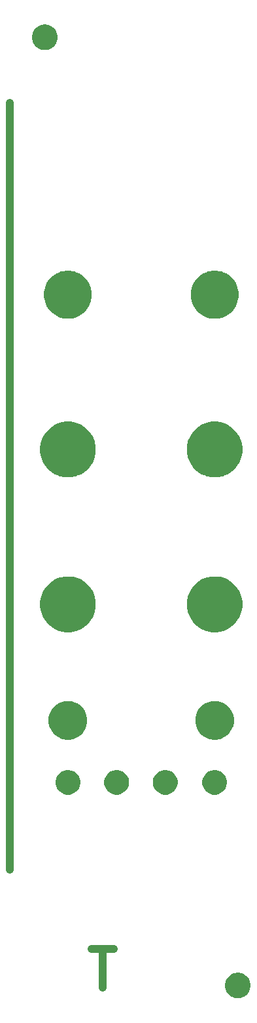
<source format=gbr>
G04 #@! TF.GenerationSoftware,KiCad,Pcbnew,5.0.2+dfsg1-1~bpo9+1*
G04 #@! TF.CreationDate,2020-01-13T16:50:13-08:00*
G04 #@! TF.ProjectId,default,64656661-756c-4742-9e6b-696361645f70,rev?*
G04 #@! TF.SameCoordinates,Original*
G04 #@! TF.FileFunction,Soldermask,Top*
G04 #@! TF.FilePolarity,Negative*
%FSLAX46Y46*%
G04 Gerber Fmt 4.6, Leading zero omitted, Abs format (unit mm)*
G04 Created by KiCad (PCBNEW 5.0.2+dfsg1-1~bpo9+1) date Mon 13 Jan 2020 04:50:13 PM PST*
%MOMM*%
%LPD*%
G01*
G04 APERTURE LIST*
%ADD10C,1.000000*%
%ADD11C,0.100000*%
G04 APERTURE END LIST*
D10*
X153000000Y-33000000D02*
X153000000Y-132000000D01*
X153000000Y-33000000D02*
X153000000Y-132000000D01*
X163571428Y-142261904D02*
X166428571Y-142261904D01*
X165000000Y-147261904D02*
X165000000Y-142261904D01*
D11*
G36*
X182875256Y-145391298D02*
X182981579Y-145412447D01*
X183282042Y-145536903D01*
X183548852Y-145715180D01*
X183552454Y-145717587D01*
X183782413Y-145947546D01*
X183963098Y-146217960D01*
X184087553Y-146518422D01*
X184151000Y-146837389D01*
X184151000Y-147162611D01*
X184087553Y-147481578D01*
X183963098Y-147782040D01*
X183782413Y-148052454D01*
X183552454Y-148282413D01*
X183552451Y-148282415D01*
X183282042Y-148463097D01*
X182981579Y-148587553D01*
X182875256Y-148608702D01*
X182662611Y-148651000D01*
X182337389Y-148651000D01*
X182124744Y-148608702D01*
X182018421Y-148587553D01*
X181717958Y-148463097D01*
X181447549Y-148282415D01*
X181447546Y-148282413D01*
X181217587Y-148052454D01*
X181036902Y-147782040D01*
X180912447Y-147481578D01*
X180849000Y-147162611D01*
X180849000Y-146837389D01*
X180912447Y-146518422D01*
X181036902Y-146217960D01*
X181217587Y-145947546D01*
X181447546Y-145717587D01*
X181451148Y-145715180D01*
X181717958Y-145536903D01*
X182018421Y-145412447D01*
X182124744Y-145391298D01*
X182337389Y-145349000D01*
X182662611Y-145349000D01*
X182875256Y-145391298D01*
X182875256Y-145391298D01*
G37*
G36*
X179966995Y-119210525D02*
X180258358Y-119331212D01*
X180520578Y-119506422D01*
X180743578Y-119729422D01*
X180918788Y-119991642D01*
X181039475Y-120283005D01*
X181101000Y-120592315D01*
X181101000Y-120907685D01*
X181039475Y-121216995D01*
X180918788Y-121508358D01*
X180743578Y-121770578D01*
X180520578Y-121993578D01*
X180258358Y-122168788D01*
X179966995Y-122289475D01*
X179657685Y-122351000D01*
X179342315Y-122351000D01*
X179033005Y-122289475D01*
X178741642Y-122168788D01*
X178479422Y-121993578D01*
X178256422Y-121770578D01*
X178081212Y-121508358D01*
X177960525Y-121216995D01*
X177899000Y-120907685D01*
X177899000Y-120592315D01*
X177960525Y-120283005D01*
X178081212Y-119991642D01*
X178256422Y-119729422D01*
X178479422Y-119506422D01*
X178741642Y-119331212D01*
X179033005Y-119210525D01*
X179342315Y-119149000D01*
X179657685Y-119149000D01*
X179966995Y-119210525D01*
X179966995Y-119210525D01*
G37*
G36*
X173566995Y-119210525D02*
X173858358Y-119331212D01*
X174120578Y-119506422D01*
X174343578Y-119729422D01*
X174518788Y-119991642D01*
X174639475Y-120283005D01*
X174701000Y-120592315D01*
X174701000Y-120907685D01*
X174639475Y-121216995D01*
X174518788Y-121508358D01*
X174343578Y-121770578D01*
X174120578Y-121993578D01*
X173858358Y-122168788D01*
X173566995Y-122289475D01*
X173257685Y-122351000D01*
X172942315Y-122351000D01*
X172633005Y-122289475D01*
X172341642Y-122168788D01*
X172079422Y-121993578D01*
X171856422Y-121770578D01*
X171681212Y-121508358D01*
X171560525Y-121216995D01*
X171499000Y-120907685D01*
X171499000Y-120592315D01*
X171560525Y-120283005D01*
X171681212Y-119991642D01*
X171856422Y-119729422D01*
X172079422Y-119506422D01*
X172341642Y-119331212D01*
X172633005Y-119210525D01*
X172942315Y-119149000D01*
X173257685Y-119149000D01*
X173566995Y-119210525D01*
X173566995Y-119210525D01*
G37*
G36*
X167276995Y-119210525D02*
X167568358Y-119331212D01*
X167830578Y-119506422D01*
X168053578Y-119729422D01*
X168228788Y-119991642D01*
X168349475Y-120283005D01*
X168411000Y-120592315D01*
X168411000Y-120907685D01*
X168349475Y-121216995D01*
X168228788Y-121508358D01*
X168053578Y-121770578D01*
X167830578Y-121993578D01*
X167568358Y-122168788D01*
X167276995Y-122289475D01*
X166967685Y-122351000D01*
X166652315Y-122351000D01*
X166343005Y-122289475D01*
X166051642Y-122168788D01*
X165789422Y-121993578D01*
X165566422Y-121770578D01*
X165391212Y-121508358D01*
X165270525Y-121216995D01*
X165209000Y-120907685D01*
X165209000Y-120592315D01*
X165270525Y-120283005D01*
X165391212Y-119991642D01*
X165566422Y-119729422D01*
X165789422Y-119506422D01*
X166051642Y-119331212D01*
X166343005Y-119210525D01*
X166652315Y-119149000D01*
X166967685Y-119149000D01*
X167276995Y-119210525D01*
X167276995Y-119210525D01*
G37*
G36*
X160966995Y-119210525D02*
X161258358Y-119331212D01*
X161520578Y-119506422D01*
X161743578Y-119729422D01*
X161918788Y-119991642D01*
X162039475Y-120283005D01*
X162101000Y-120592315D01*
X162101000Y-120907685D01*
X162039475Y-121216995D01*
X161918788Y-121508358D01*
X161743578Y-121770578D01*
X161520578Y-121993578D01*
X161258358Y-122168788D01*
X160966995Y-122289475D01*
X160657685Y-122351000D01*
X160342315Y-122351000D01*
X160033005Y-122289475D01*
X159741642Y-122168788D01*
X159479422Y-121993578D01*
X159256422Y-121770578D01*
X159081212Y-121508358D01*
X158960525Y-121216995D01*
X158899000Y-120907685D01*
X158899000Y-120592315D01*
X158960525Y-120283005D01*
X159081212Y-119991642D01*
X159256422Y-119729422D01*
X159479422Y-119506422D01*
X159741642Y-119331212D01*
X160033005Y-119210525D01*
X160342315Y-119149000D01*
X160657685Y-119149000D01*
X160966995Y-119210525D01*
X160966995Y-119210525D01*
G37*
G36*
X179987921Y-110297056D02*
X180229515Y-110345112D01*
X180684668Y-110533643D01*
X181088841Y-110803703D01*
X181094297Y-110807349D01*
X181442651Y-111155703D01*
X181716358Y-111565334D01*
X181904888Y-112020486D01*
X182001000Y-112503672D01*
X182001000Y-112996328D01*
X181904888Y-113479514D01*
X181716358Y-113934666D01*
X181442651Y-114344297D01*
X181094297Y-114692651D01*
X181094294Y-114692653D01*
X180684668Y-114966357D01*
X180229515Y-115154888D01*
X179987921Y-115202944D01*
X179746328Y-115251000D01*
X179253672Y-115251000D01*
X179012079Y-115202944D01*
X178770485Y-115154888D01*
X178315332Y-114966357D01*
X177905706Y-114692653D01*
X177905703Y-114692651D01*
X177557349Y-114344297D01*
X177283642Y-113934666D01*
X177095112Y-113479514D01*
X176999000Y-112996328D01*
X176999000Y-112503672D01*
X177095112Y-112020486D01*
X177283642Y-111565334D01*
X177557349Y-111155703D01*
X177905703Y-110807349D01*
X177911159Y-110803703D01*
X178315332Y-110533643D01*
X178770485Y-110345112D01*
X179012079Y-110297056D01*
X179253672Y-110249000D01*
X179746328Y-110249000D01*
X179987921Y-110297056D01*
X179987921Y-110297056D01*
G37*
G36*
X160987921Y-110297056D02*
X161229515Y-110345112D01*
X161684668Y-110533643D01*
X162088841Y-110803703D01*
X162094297Y-110807349D01*
X162442651Y-111155703D01*
X162716358Y-111565334D01*
X162904888Y-112020486D01*
X163001000Y-112503672D01*
X163001000Y-112996328D01*
X162904888Y-113479514D01*
X162716358Y-113934666D01*
X162442651Y-114344297D01*
X162094297Y-114692651D01*
X162094294Y-114692653D01*
X161684668Y-114966357D01*
X161229515Y-115154888D01*
X160987921Y-115202944D01*
X160746328Y-115251000D01*
X160253672Y-115251000D01*
X160012079Y-115202944D01*
X159770485Y-115154888D01*
X159315332Y-114966357D01*
X158905706Y-114692653D01*
X158905703Y-114692651D01*
X158557349Y-114344297D01*
X158283642Y-113934666D01*
X158095112Y-113479514D01*
X157999000Y-112996328D01*
X157999000Y-112503672D01*
X158095112Y-112020486D01*
X158283642Y-111565334D01*
X158557349Y-111155703D01*
X158905703Y-110807349D01*
X158911159Y-110803703D01*
X159315332Y-110533643D01*
X159770485Y-110345112D01*
X160012079Y-110297056D01*
X160253672Y-110249000D01*
X160746328Y-110249000D01*
X160987921Y-110297056D01*
X160987921Y-110297056D01*
G37*
G36*
X161202520Y-94218192D02*
X161550373Y-94287384D01*
X161821823Y-94399822D01*
X162205712Y-94558834D01*
X162795507Y-94952922D01*
X163297078Y-95454493D01*
X163691166Y-96044288D01*
X163962616Y-96699628D01*
X164101000Y-97395331D01*
X164101000Y-98104669D01*
X163962616Y-98800372D01*
X163691166Y-99455712D01*
X163297078Y-100045507D01*
X162795507Y-100547078D01*
X162205712Y-100941166D01*
X161821823Y-101100178D01*
X161550373Y-101212616D01*
X160854669Y-101351000D01*
X160145331Y-101351000D01*
X159449627Y-101212616D01*
X159178177Y-101100178D01*
X158794288Y-100941166D01*
X158204493Y-100547078D01*
X157702922Y-100045507D01*
X157308834Y-99455712D01*
X157037384Y-98800372D01*
X156899000Y-98104669D01*
X156899000Y-97395331D01*
X157037384Y-96699628D01*
X157308834Y-96044288D01*
X157702922Y-95454493D01*
X158204493Y-94952922D01*
X158794288Y-94558834D01*
X159178177Y-94399822D01*
X159449627Y-94287384D01*
X160145331Y-94149000D01*
X160854669Y-94149000D01*
X161202520Y-94218192D01*
X161202520Y-94218192D01*
G37*
G36*
X180202520Y-94218192D02*
X180550373Y-94287384D01*
X180821823Y-94399822D01*
X181205712Y-94558834D01*
X181795507Y-94952922D01*
X182297078Y-95454493D01*
X182691166Y-96044288D01*
X182962616Y-96699628D01*
X183101000Y-97395331D01*
X183101000Y-98104669D01*
X182962616Y-98800372D01*
X182691166Y-99455712D01*
X182297078Y-100045507D01*
X181795507Y-100547078D01*
X181205712Y-100941166D01*
X180821823Y-101100178D01*
X180550373Y-101212616D01*
X179854669Y-101351000D01*
X179145331Y-101351000D01*
X178449627Y-101212616D01*
X178178177Y-101100178D01*
X177794288Y-100941166D01*
X177204493Y-100547078D01*
X176702922Y-100045507D01*
X176308834Y-99455712D01*
X176037384Y-98800372D01*
X175899000Y-98104669D01*
X175899000Y-97395331D01*
X176037384Y-96699628D01*
X176308834Y-96044288D01*
X176702922Y-95454493D01*
X177204493Y-94952922D01*
X177794288Y-94558834D01*
X178178177Y-94399822D01*
X178449627Y-94287384D01*
X179145331Y-94149000D01*
X179854669Y-94149000D01*
X180202520Y-94218192D01*
X180202520Y-94218192D01*
G37*
G36*
X161550373Y-74287384D02*
X161821823Y-74399822D01*
X162205712Y-74558834D01*
X162795507Y-74952922D01*
X163297078Y-75454493D01*
X163691166Y-76044288D01*
X163962616Y-76699628D01*
X164101000Y-77395331D01*
X164101000Y-78104669D01*
X163962616Y-78800372D01*
X163691166Y-79455712D01*
X163297078Y-80045507D01*
X162795507Y-80547078D01*
X162205712Y-80941166D01*
X161821823Y-81100178D01*
X161550373Y-81212616D01*
X160854669Y-81351000D01*
X160145331Y-81351000D01*
X159449627Y-81212616D01*
X159178177Y-81100178D01*
X158794288Y-80941166D01*
X158204493Y-80547078D01*
X157702922Y-80045507D01*
X157308834Y-79455712D01*
X157037384Y-78800372D01*
X156899000Y-78104669D01*
X156899000Y-77395331D01*
X157037384Y-76699628D01*
X157308834Y-76044288D01*
X157702922Y-75454493D01*
X158204493Y-74952922D01*
X158794288Y-74558834D01*
X159178177Y-74399822D01*
X159449627Y-74287384D01*
X160145331Y-74149000D01*
X160854669Y-74149000D01*
X161550373Y-74287384D01*
X161550373Y-74287384D01*
G37*
G36*
X180550373Y-74287384D02*
X180821823Y-74399822D01*
X181205712Y-74558834D01*
X181795507Y-74952922D01*
X182297078Y-75454493D01*
X182691166Y-76044288D01*
X182962616Y-76699628D01*
X183101000Y-77395331D01*
X183101000Y-78104669D01*
X182962616Y-78800372D01*
X182691166Y-79455712D01*
X182297078Y-80045507D01*
X181795507Y-80547078D01*
X181205712Y-80941166D01*
X180821823Y-81100178D01*
X180550373Y-81212616D01*
X179854669Y-81351000D01*
X179145331Y-81351000D01*
X178449627Y-81212616D01*
X178178177Y-81100178D01*
X177794288Y-80941166D01*
X177204493Y-80547078D01*
X176702922Y-80045507D01*
X176308834Y-79455712D01*
X176037384Y-78800372D01*
X175899000Y-78104669D01*
X175899000Y-77395331D01*
X176037384Y-76699628D01*
X176308834Y-76044288D01*
X176702922Y-75454493D01*
X177204493Y-74952922D01*
X177794288Y-74558834D01*
X178178177Y-74399822D01*
X178449627Y-74287384D01*
X179145331Y-74149000D01*
X179854669Y-74149000D01*
X180550373Y-74287384D01*
X180550373Y-74287384D01*
G37*
G36*
X161104975Y-54708585D02*
X161404528Y-54768170D01*
X161638287Y-54864996D01*
X161968873Y-55001929D01*
X162476775Y-55341298D01*
X162908702Y-55773225D01*
X163248071Y-56281127D01*
X163481830Y-56845473D01*
X163601000Y-57444577D01*
X163601000Y-58055423D01*
X163481830Y-58654527D01*
X163248071Y-59218873D01*
X162908702Y-59726775D01*
X162476775Y-60158702D01*
X161968873Y-60498071D01*
X161638287Y-60635004D01*
X161404528Y-60731830D01*
X161104975Y-60791415D01*
X160805423Y-60851000D01*
X160194577Y-60851000D01*
X159895025Y-60791415D01*
X159595472Y-60731830D01*
X159361713Y-60635004D01*
X159031127Y-60498071D01*
X158523225Y-60158702D01*
X158091298Y-59726775D01*
X157751929Y-59218873D01*
X157518170Y-58654527D01*
X157399000Y-58055423D01*
X157399000Y-57444577D01*
X157518170Y-56845473D01*
X157751929Y-56281127D01*
X158091298Y-55773225D01*
X158523225Y-55341298D01*
X159031127Y-55001929D01*
X159361713Y-54864996D01*
X159595472Y-54768170D01*
X159895025Y-54708585D01*
X160194577Y-54649000D01*
X160805423Y-54649000D01*
X161104975Y-54708585D01*
X161104975Y-54708585D01*
G37*
G36*
X180104975Y-54708585D02*
X180404528Y-54768170D01*
X180638287Y-54864996D01*
X180968873Y-55001929D01*
X181476775Y-55341298D01*
X181908702Y-55773225D01*
X182248071Y-56281127D01*
X182481830Y-56845473D01*
X182601000Y-57444577D01*
X182601000Y-58055423D01*
X182481830Y-58654527D01*
X182248071Y-59218873D01*
X181908702Y-59726775D01*
X181476775Y-60158702D01*
X180968873Y-60498071D01*
X180638287Y-60635004D01*
X180404528Y-60731830D01*
X180104975Y-60791415D01*
X179805423Y-60851000D01*
X179194577Y-60851000D01*
X178895025Y-60791415D01*
X178595472Y-60731830D01*
X178361713Y-60635004D01*
X178031127Y-60498071D01*
X177523225Y-60158702D01*
X177091298Y-59726775D01*
X176751929Y-59218873D01*
X176518170Y-58654527D01*
X176399000Y-58055423D01*
X176399000Y-57444577D01*
X176518170Y-56845473D01*
X176751929Y-56281127D01*
X177091298Y-55773225D01*
X177523225Y-55341298D01*
X178031127Y-55001929D01*
X178361713Y-54864996D01*
X178595472Y-54768170D01*
X178895025Y-54708585D01*
X179194577Y-54649000D01*
X179805423Y-54649000D01*
X180104975Y-54708585D01*
X180104975Y-54708585D01*
G37*
G36*
X157875256Y-22891298D02*
X157981579Y-22912447D01*
X158282042Y-23036903D01*
X158548852Y-23215180D01*
X158552454Y-23217587D01*
X158782413Y-23447546D01*
X158963098Y-23717960D01*
X159087553Y-24018422D01*
X159151000Y-24337389D01*
X159151000Y-24662611D01*
X159087553Y-24981578D01*
X158963098Y-25282040D01*
X158782413Y-25552454D01*
X158552454Y-25782413D01*
X158552451Y-25782415D01*
X158282042Y-25963097D01*
X157981579Y-26087553D01*
X157875256Y-26108702D01*
X157662611Y-26151000D01*
X157337389Y-26151000D01*
X157124744Y-26108702D01*
X157018421Y-26087553D01*
X156717958Y-25963097D01*
X156447549Y-25782415D01*
X156447546Y-25782413D01*
X156217587Y-25552454D01*
X156036902Y-25282040D01*
X155912447Y-24981578D01*
X155849000Y-24662611D01*
X155849000Y-24337389D01*
X155912447Y-24018422D01*
X156036902Y-23717960D01*
X156217587Y-23447546D01*
X156447546Y-23217587D01*
X156451148Y-23215180D01*
X156717958Y-23036903D01*
X157018421Y-22912447D01*
X157124744Y-22891298D01*
X157337389Y-22849000D01*
X157662611Y-22849000D01*
X157875256Y-22891298D01*
X157875256Y-22891298D01*
G37*
M02*

</source>
